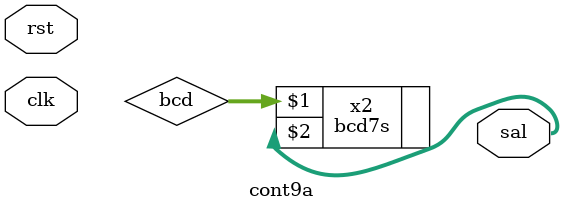
<source format=v>

module cont9a (clk,rst,sal);

input         clk,rst;
output        [7:0] sal;

wire           clk2,cl3;
wire           [3:0]    bcd;


assign clk3=(rst==1)? clk:clk2;

escalador x0 (clk,rst,clk2);
cont9     x1 (clk2,rst,0,bdc);
bcd7s     x2 (bcd,sal);

endmodule

</source>
